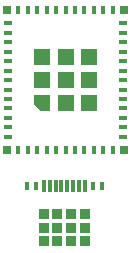
<source format=gbr>
%TF.GenerationSoftware,KiCad,Pcbnew,(6.0.2-0)*%
%TF.CreationDate,2022-03-05T08:37:31+00:00*%
%TF.ProjectId,Generic5,47656e65-7269-4633-952e-6b696361645f,1*%
%TF.SameCoordinates,Original*%
%TF.FileFunction,Paste,Top*%
%TF.FilePolarity,Positive*%
%FSLAX46Y46*%
G04 Gerber Fmt 4.6, Leading zero omitted, Abs format (unit mm)*
G04 Created by KiCad (PCBNEW (6.0.2-0)) date 2022-03-05 08:37:31*
%MOMM*%
%LPD*%
G01*
G04 APERTURE LIST*
G04 Aperture macros list*
%AMRoundRect*
0 Rectangle with rounded corners*
0 $1 Rounding radius*
0 $2 $3 $4 $5 $6 $7 $8 $9 X,Y pos of 4 corners*
0 Add a 4 corners polygon primitive as box body*
4,1,4,$2,$3,$4,$5,$6,$7,$8,$9,$2,$3,0*
0 Add four circle primitives for the rounded corners*
1,1,$1+$1,$2,$3*
1,1,$1+$1,$4,$5*
1,1,$1+$1,$6,$7*
1,1,$1+$1,$8,$9*
0 Add four rect primitives between the rounded corners*
20,1,$1+$1,$2,$3,$4,$5,0*
20,1,$1+$1,$4,$5,$6,$7,0*
20,1,$1+$1,$6,$7,$8,$9,0*
20,1,$1+$1,$8,$9,$2,$3,0*%
%AMFreePoly0*
4,1,6,0.696000,-0.696000,-0.696000,-0.696000,-0.696000,0.118488,-0.118488,0.696000,0.696000,0.696000,0.696000,-0.696000,0.696000,-0.696000,$1*%
G04 Aperture macros list end*
%ADD10R,0.384000X0.768000*%
%ADD11R,0.768000X0.384000*%
%ADD12FreePoly0,90.000000*%
%ADD13R,1.392000X1.392000*%
%ADD14R,0.672000X0.672000*%
%ADD15RoundRect,0.232500X-0.232500X-0.232500X0.232500X-0.232500X0.232500X0.232500X-0.232500X0.232500X0*%
%ADD16R,0.420000X0.798000*%
%ADD17RoundRect,0.069000X-0.075000X-0.478200X0.075000X-0.478200X0.075000X0.478200X-0.075000X0.478200X0*%
G04 APERTURE END LIST*
D10*
%TO.C,U1*%
X150350000Y-41450000D03*
X151150000Y-41450000D03*
X151950000Y-41450000D03*
X152750000Y-41450000D03*
X153550000Y-41450000D03*
X154350000Y-41450000D03*
X155150000Y-41450000D03*
X155950000Y-41450000D03*
X156750000Y-41450000D03*
X157550000Y-41450000D03*
X158350000Y-41450000D03*
D11*
X159250000Y-40350000D03*
X159250000Y-39550000D03*
X159250000Y-38750000D03*
X159250000Y-37950000D03*
X159250000Y-37150000D03*
X159250000Y-36350000D03*
X159250000Y-35550000D03*
X159250000Y-34750000D03*
X159250000Y-33950000D03*
X159250000Y-33150000D03*
X159250000Y-32350000D03*
X159250000Y-31550000D03*
X159250000Y-30750000D03*
D10*
X158350000Y-29650000D03*
X157550000Y-29650000D03*
X156750000Y-29650000D03*
X155950000Y-29650000D03*
X155150000Y-29650000D03*
X154350000Y-29650000D03*
X153550000Y-29650000D03*
X152750000Y-29650000D03*
X151950000Y-29650000D03*
X151150000Y-29650000D03*
X150350000Y-29650000D03*
D11*
X149450000Y-30750000D03*
X149450000Y-31550000D03*
X149450000Y-32350000D03*
X149450000Y-33150000D03*
X149450000Y-33950000D03*
X149450000Y-34750000D03*
X149450000Y-35550000D03*
X149450000Y-36350000D03*
X149450000Y-37150000D03*
X149450000Y-37950000D03*
X149450000Y-38750000D03*
X149450000Y-39550000D03*
X149450000Y-40350000D03*
D12*
X152375000Y-37525000D03*
D13*
X156325000Y-37525000D03*
X156325000Y-33575000D03*
X154350000Y-37525000D03*
X152375000Y-35550000D03*
X156325000Y-35550000D03*
X152375000Y-33575000D03*
X154350000Y-33575000D03*
X154350000Y-35550000D03*
D14*
X149400000Y-29600000D03*
X159300000Y-29600000D03*
X159300000Y-41500000D03*
X149400000Y-41500000D03*
%TD*%
D15*
%TO.C,J2*%
X154815000Y-49215000D03*
X152515000Y-46915000D03*
X153665000Y-46915000D03*
X154815000Y-48065000D03*
X153665000Y-49215000D03*
X152515000Y-48065000D03*
X152515000Y-49215000D03*
X153665000Y-48065000D03*
X155965000Y-48065000D03*
X155965000Y-46915000D03*
X154815000Y-46915000D03*
X155965000Y-49215000D03*
D16*
X151050000Y-44490000D03*
X151850000Y-44490000D03*
D17*
X153000000Y-44490000D03*
X154000000Y-44490000D03*
X154500000Y-44490000D03*
X155500000Y-44490000D03*
D16*
X157450000Y-44490000D03*
X156650000Y-44490000D03*
D17*
X156000000Y-44490000D03*
X155000000Y-44490000D03*
X153500000Y-44490000D03*
X152500000Y-44490000D03*
%TD*%
M02*

</source>
